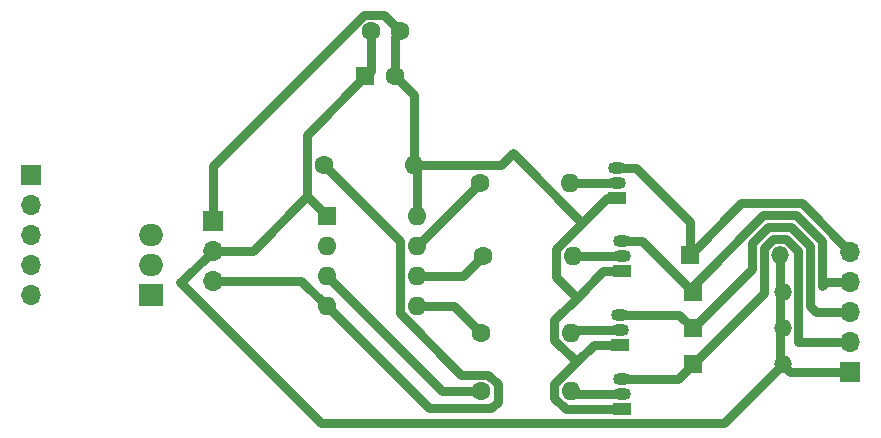
<source format=gbr>
%TF.GenerationSoftware,KiCad,Pcbnew,6.0.9-8da3e8f707~117~ubuntu20.04.1*%
%TF.CreationDate,2022-12-19T00:04:24+02:00*%
%TF.ProjectId,unipolar stepper driver,756e6970-6f6c-4617-9220-737465707065,rev?*%
%TF.SameCoordinates,Original*%
%TF.FileFunction,Copper,L1,Top*%
%TF.FilePolarity,Positive*%
%FSLAX46Y46*%
G04 Gerber Fmt 4.6, Leading zero omitted, Abs format (unit mm)*
G04 Created by KiCad (PCBNEW 6.0.9-8da3e8f707~117~ubuntu20.04.1) date 2022-12-19 00:04:24*
%MOMM*%
%LPD*%
G01*
G04 APERTURE LIST*
%TA.AperFunction,ComponentPad*%
%ADD10R,1.500000X1.050000*%
%TD*%
%TA.AperFunction,ComponentPad*%
%ADD11O,1.500000X1.050000*%
%TD*%
%TA.AperFunction,ComponentPad*%
%ADD12R,1.600000X1.600000*%
%TD*%
%TA.AperFunction,ComponentPad*%
%ADD13C,1.600000*%
%TD*%
%TA.AperFunction,ComponentPad*%
%ADD14R,1.500000X1.500000*%
%TD*%
%TA.AperFunction,ComponentPad*%
%ADD15O,1.500000X1.500000*%
%TD*%
%TA.AperFunction,ComponentPad*%
%ADD16O,1.600000X1.600000*%
%TD*%
%TA.AperFunction,ComponentPad*%
%ADD17R,1.700000X1.700000*%
%TD*%
%TA.AperFunction,ComponentPad*%
%ADD18O,1.700000X1.700000*%
%TD*%
%TA.AperFunction,ComponentPad*%
%ADD19R,2.000000X1.905000*%
%TD*%
%TA.AperFunction,ComponentPad*%
%ADD20O,2.000000X1.905000*%
%TD*%
%TA.AperFunction,Conductor*%
%ADD21C,0.800000*%
%TD*%
G04 APERTURE END LIST*
D10*
%TO.P,Q3,1,E*%
%TO.N,GND*%
X179430000Y-108331000D03*
D11*
%TO.P,Q3,2,B*%
%TO.N,Net-(Q3-Pad2)*%
X179430000Y-107061000D03*
%TO.P,Q3,3,C*%
%TO.N,Net-(D3-Pad1)*%
X179430000Y-105791000D03*
%TD*%
D12*
%TO.P,CP1,1*%
%TO.N,+5V*%
X157854880Y-85598000D03*
D13*
%TO.P,CP1,2*%
%TO.N,GND*%
X160354880Y-85598000D03*
%TD*%
D14*
%TO.P,D1,1,K*%
%TO.N,Net-(D1-Pad1)*%
X185293000Y-100711000D03*
D15*
%TO.P,D1,2,A*%
%TO.N,+5V*%
X192913000Y-100711000D03*
%TD*%
D13*
%TO.P,R3,1*%
%TO.N,Coil_3*%
X167640000Y-107315000D03*
D16*
%TO.P,R3,2*%
%TO.N,Net-(Q3-Pad2)*%
X175260000Y-107315000D03*
%TD*%
D10*
%TO.P,Q4,1,E*%
%TO.N,GND*%
X179557000Y-113792000D03*
D11*
%TO.P,Q4,2,B*%
%TO.N,Net-(Q4-Pad2)*%
X179557000Y-112522000D03*
%TO.P,Q4,3,C*%
%TO.N,Net-(D4-Pad1)*%
X179557000Y-111252000D03*
%TD*%
D14*
%TO.P,D3,1,K*%
%TO.N,Net-(D3-Pad1)*%
X185547000Y-106934000D03*
D15*
%TO.P,D3,2,A*%
%TO.N,+5V*%
X193167000Y-106934000D03*
%TD*%
D13*
%TO.P,C1,1*%
%TO.N,GND*%
X160817992Y-81788000D03*
%TO.P,C1,2*%
%TO.N,+5V*%
X158317992Y-81788000D03*
%TD*%
D14*
%TO.P,D4,1,K*%
%TO.N,Net-(D4-Pad1)*%
X185547000Y-109982000D03*
D15*
%TO.P,D4,2,A*%
%TO.N,+5V*%
X193167000Y-109982000D03*
%TD*%
D12*
%TO.P,uC1,1,VDD*%
%TO.N,+5V*%
X154569000Y-97419000D03*
D16*
%TO.P,uC1,2,GP5*%
%TO.N,unconnected-(uC1-Pad2)*%
X154569000Y-99959000D03*
%TO.P,uC1,3,GP4*%
%TO.N,Coil_4*%
X154569000Y-102499000D03*
%TO.P,uC1,4,GP3*%
%TO.N,Control_Input*%
X154569000Y-105039000D03*
%TO.P,uC1,5,GP2*%
%TO.N,Coil_3*%
X162189000Y-105039000D03*
%TO.P,uC1,6,GP1*%
%TO.N,Coil_2*%
X162189000Y-102499000D03*
%TO.P,uC1,7,GP0*%
%TO.N,Coil_1*%
X162189000Y-99959000D03*
%TO.P,uC1,8,VSS*%
%TO.N,GND*%
X162189000Y-97419000D03*
%TD*%
D17*
%TO.P,DebuggerPins1,1,Pin_1*%
%TO.N,Control_Input*%
X129540000Y-93980000D03*
D18*
%TO.P,DebuggerPins1,2,Pin_2*%
%TO.N,+5V*%
X129540000Y-96520000D03*
%TO.P,DebuggerPins1,3,Pin_3*%
%TO.N,GND*%
X129540000Y-99060000D03*
%TO.P,DebuggerPins1,4,Pin_4*%
%TO.N,Coil_1*%
X129540000Y-101600000D03*
%TO.P,DebuggerPins1,5,Pin_5*%
%TO.N,Coil_2*%
X129540000Y-104140000D03*
%TD*%
D13*
%TO.P,R5,1*%
%TO.N,GND*%
X154305000Y-93091000D03*
D16*
%TO.P,R5,2*%
%TO.N,Control_Input*%
X161925000Y-93091000D03*
%TD*%
D13*
%TO.P,R2,1*%
%TO.N,Coil_2*%
X167767000Y-100838000D03*
D16*
%TO.P,R2,2*%
%TO.N,Net-(Q2-Pad2)*%
X175387000Y-100838000D03*
%TD*%
D13*
%TO.P,R4,1*%
%TO.N,Coil_4*%
X167640000Y-112268000D03*
D16*
%TO.P,R4,2*%
%TO.N,Net-(Q4-Pad2)*%
X175260000Y-112268000D03*
%TD*%
D19*
%TO.P,PowerRegulator1,1,VI*%
%TO.N,+12V*%
X139700000Y-104140000D03*
D20*
%TO.P,PowerRegulator1,2,GND*%
%TO.N,GND*%
X139700000Y-101600000D03*
%TO.P,PowerRegulator1,3,VO*%
%TO.N,+5V*%
X139700000Y-99060000D03*
%TD*%
D17*
%TO.P,Output1,1,Pin_1*%
%TO.N,+5V*%
X198882000Y-110617000D03*
D18*
%TO.P,Output1,2,Pin_2*%
%TO.N,Net-(D4-Pad1)*%
X198882000Y-108077000D03*
%TO.P,Output1,3,Pin_3*%
%TO.N,Net-(D3-Pad1)*%
X198882000Y-105537000D03*
%TO.P,Output1,4,Pin_4*%
%TO.N,Net-(D2-Pad1)*%
X198882000Y-102997000D03*
%TO.P,Output1,5,Pin_5*%
%TO.N,Net-(D1-Pad1)*%
X198882000Y-100457000D03*
%TD*%
D17*
%TO.P,Input1,1,Pin_1*%
%TO.N,GND*%
X144907000Y-97805000D03*
D18*
%TO.P,Input1,2,Pin_2*%
%TO.N,+12V*%
X144907000Y-100345000D03*
%TO.P,Input1,3,Pin_3*%
%TO.N,Control_Input*%
X144907000Y-102885000D03*
%TD*%
D10*
%TO.P,Q2,1,E*%
%TO.N,GND*%
X179557000Y-102108000D03*
D11*
%TO.P,Q2,2,B*%
%TO.N,Net-(Q2-Pad2)*%
X179557000Y-100838000D03*
%TO.P,Q2,3,C*%
%TO.N,Net-(D2-Pad1)*%
X179557000Y-99568000D03*
%TD*%
D13*
%TO.P,R1,1*%
%TO.N,Coil_1*%
X167513000Y-94615000D03*
D16*
%TO.P,R1,2*%
%TO.N,Net-(Q1-Pad2)*%
X175133000Y-94615000D03*
%TD*%
D10*
%TO.P,Q1,1,E*%
%TO.N,GND*%
X179176000Y-95885000D03*
D11*
%TO.P,Q1,2,B*%
%TO.N,Net-(Q1-Pad2)*%
X179176000Y-94615000D03*
%TO.P,Q1,3,C*%
%TO.N,Net-(D1-Pad1)*%
X179176000Y-93345000D03*
%TD*%
D14*
%TO.P,D2,1,K*%
%TO.N,Net-(D2-Pad1)*%
X185547000Y-103886000D03*
D15*
%TO.P,D2,2,A*%
%TO.N,+5V*%
X193167000Y-103886000D03*
%TD*%
D21*
%TO.N,GND*%
X160354880Y-85598000D02*
X160354880Y-82251112D01*
X177165000Y-108331000D02*
X179430000Y-108331000D01*
X162189000Y-93355000D02*
X161925000Y-93091000D01*
X173860489Y-112847698D02*
X173860489Y-111635511D01*
X175744500Y-104370500D02*
X173860489Y-106254511D01*
X176212500Y-97980500D02*
X170307000Y-92075000D01*
X173860489Y-107947489D02*
X175641000Y-109728000D01*
X178308000Y-95885000D02*
X179176000Y-95885000D01*
X159418481Y-80388489D02*
X160817992Y-81788000D01*
X173860489Y-106254511D02*
X173860489Y-107947489D01*
X144907000Y-97805000D02*
X144907000Y-93219783D01*
X169291000Y-93091000D02*
X161925000Y-93091000D01*
X173860489Y-111635511D02*
X175768000Y-109728000D01*
X179557000Y-113792000D02*
X174804791Y-113792000D01*
X176212500Y-97980500D02*
X178308000Y-95885000D01*
X162189000Y-97419000D02*
X162189000Y-93355000D01*
X175768000Y-109728000D02*
X177165000Y-108331000D01*
X175641000Y-109728000D02*
X175768000Y-109728000D01*
X173987489Y-100205511D02*
X176212500Y-97980500D01*
X160354880Y-82251112D02*
X160817992Y-81788000D01*
X157738294Y-80388489D02*
X159418481Y-80388489D01*
X170307000Y-92075000D02*
X169291000Y-93091000D01*
X175744500Y-104370500D02*
X173987489Y-102613489D01*
X160817992Y-81788000D02*
X161091992Y-81788000D01*
X179557000Y-102108000D02*
X178007000Y-102108000D01*
X178007000Y-102108000D02*
X175744500Y-104370500D01*
X174804791Y-113792000D02*
X173860489Y-112847698D01*
X144907000Y-93219783D02*
X157738294Y-80388489D01*
X161925000Y-87168120D02*
X160354880Y-85598000D01*
X161925000Y-93091000D02*
X161925000Y-87168120D01*
X173987489Y-102613489D02*
X173987489Y-100205511D01*
%TO.N,+5V*%
X193167000Y-109982000D02*
X188214000Y-114935000D01*
X148315978Y-100345000D02*
X144907000Y-100345000D01*
X152905489Y-95755489D02*
X148315978Y-100345000D01*
X188214000Y-114935000D02*
X154051000Y-114935000D01*
X154051000Y-114935000D02*
X142113000Y-102997000D01*
X192913000Y-100711000D02*
X192913000Y-109728000D01*
X158317992Y-81788000D02*
X158317992Y-85134888D01*
X198882000Y-110617000D02*
X193802000Y-110617000D01*
X157854880Y-85598000D02*
X152905489Y-90547391D01*
X192913000Y-109728000D02*
X193167000Y-109982000D01*
X193802000Y-110617000D02*
X193167000Y-109982000D01*
X152905489Y-90547391D02*
X152905489Y-95755489D01*
X152905489Y-95755489D02*
X154569000Y-97419000D01*
X142255000Y-102997000D02*
X144907000Y-100345000D01*
X142113000Y-102997000D02*
X142255000Y-102997000D01*
X158317992Y-85134888D02*
X157854880Y-85598000D01*
%TO.N,Net-(D1-Pad1)*%
X185293000Y-97912000D02*
X185293000Y-100711000D01*
X185293000Y-100711000D02*
X189641071Y-96362929D01*
X180726000Y-93345000D02*
X185293000Y-97912000D01*
X179176000Y-93345000D02*
X180726000Y-93345000D01*
X194787929Y-96362929D02*
X198882000Y-100457000D01*
X189641071Y-96362929D02*
X194787929Y-96362929D01*
%TO.N,Net-(D2-Pad1)*%
X194300015Y-97362449D02*
X196515550Y-99577984D01*
X185547000Y-103341434D02*
X191525985Y-97362449D01*
X185547000Y-103886000D02*
X185547000Y-103341434D01*
X191525985Y-97362449D02*
X194300015Y-97362449D01*
X196515551Y-103378000D02*
X196896551Y-102997000D01*
X179557000Y-99568000D02*
X181229000Y-99568000D01*
X181229000Y-99568000D02*
X185547000Y-103886000D01*
X196896551Y-102997000D02*
X198882000Y-102997000D01*
X196515550Y-99577984D02*
X196515551Y-103378000D01*
%TO.N,Net-(D3-Pad1)*%
X195516031Y-99991999D02*
X195516031Y-105029000D01*
X190563970Y-101917030D02*
X190563970Y-99737998D01*
X195516031Y-105029000D02*
X196024031Y-105537000D01*
X191939999Y-98361969D02*
X193886002Y-98361970D01*
X196024031Y-105537000D02*
X198882000Y-105537000D01*
X193886002Y-98361970D02*
X195516031Y-99991999D01*
X184404000Y-105791000D02*
X185547000Y-106934000D01*
X198633000Y-105288000D02*
X198882000Y-105537000D01*
X179430000Y-105791000D02*
X184404000Y-105791000D01*
X185547000Y-106934000D02*
X190563970Y-101917030D01*
X190563970Y-99737998D02*
X191939999Y-98361969D01*
%TO.N,Net-(D4-Pad1)*%
X193471987Y-99361489D02*
X194516511Y-100406013D01*
X185547000Y-109982000D02*
X191563489Y-103965511D01*
X192354013Y-99361489D02*
X193471987Y-99361489D01*
X184277000Y-111252000D02*
X185547000Y-109982000D01*
X194516511Y-108124489D02*
X194564000Y-108077000D01*
X194516511Y-100406013D02*
X194516511Y-108124489D01*
X194564000Y-108077000D02*
X198882000Y-108077000D01*
X191563489Y-100152013D02*
X192354013Y-99361489D01*
X191563489Y-103965511D02*
X191563489Y-100152013D01*
X179557000Y-111252000D02*
X184277000Y-111252000D01*
%TO.N,Control_Input*%
X160789489Y-99575489D02*
X160789489Y-105671489D01*
X144907000Y-102885000D02*
X152415000Y-102885000D01*
X168526489Y-113667511D02*
X163197511Y-113667511D01*
X160789489Y-105671489D02*
X165986489Y-110868489D01*
X168272489Y-110868489D02*
X169039511Y-111635511D01*
X165986489Y-110868489D02*
X168272489Y-110868489D01*
X154305000Y-93091000D02*
X160789489Y-99575489D01*
X163197511Y-113667511D02*
X154569000Y-105039000D01*
X152415000Y-102885000D02*
X154569000Y-105039000D01*
X169039511Y-111635511D02*
X169039511Y-113154489D01*
X169039511Y-113154489D02*
X168526489Y-113667511D01*
%TO.N,Net-(Q1-Pad2)*%
X175133000Y-94615000D02*
X179176000Y-94615000D01*
%TO.N,Net-(Q2-Pad2)*%
X175387000Y-100838000D02*
X179557000Y-100838000D01*
%TO.N,Net-(Q4-Pad2)*%
X175260000Y-112268000D02*
X175514000Y-112522000D01*
X175514000Y-112522000D02*
X179557000Y-112522000D01*
%TO.N,Coil_1*%
X162189000Y-99939000D02*
X167513000Y-94615000D01*
X162189000Y-99959000D02*
X162189000Y-99939000D01*
%TO.N,Coil_2*%
X166106000Y-102499000D02*
X167767000Y-100838000D01*
X162189000Y-102499000D02*
X166106000Y-102499000D01*
%TO.N,Coil_3*%
X162189000Y-105039000D02*
X165364000Y-105039000D01*
X165364000Y-105039000D02*
X167640000Y-107315000D01*
%TO.N,Coil_4*%
X164338000Y-112268000D02*
X167640000Y-112268000D01*
X154569000Y-102499000D02*
X164338000Y-112268000D01*
%TO.N,Net-(Q3-Pad2)*%
X175514000Y-107061000D02*
X179430000Y-107061000D01*
X175260000Y-107315000D02*
X175514000Y-107061000D01*
%TD*%
M02*

</source>
